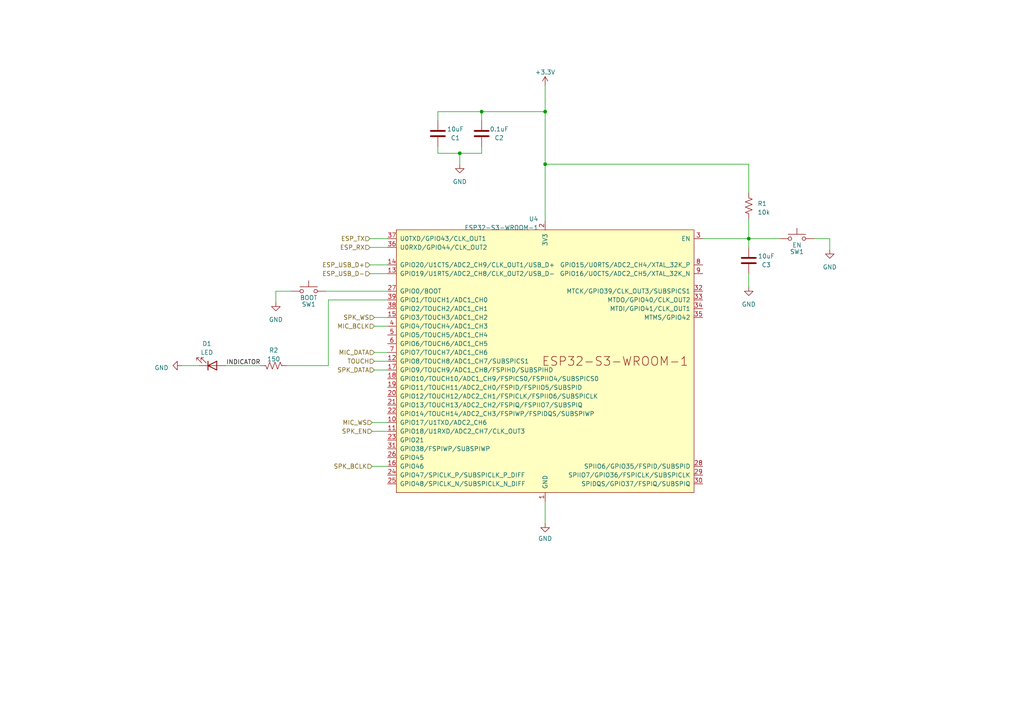
<source format=kicad_sch>
(kicad_sch (version 20230121) (generator eeschema)
  (paper "A4")
  (lib_symbols
    (symbol "+3.3V_1" (power) (pin_names (offset 0))
      (property "Value" "+3.3V_1" (at 0 3.556 0))
      (symbol "+3.3V_1_0_1"
        (polyline (pts (xy -0.762 1.27) (xy 0 2.54)))
        (polyline (pts (xy 0 0) (xy 0 2.54)))
        (polyline (pts (xy 0 2.54) (xy 0.762 1.27)))
      )
      (symbol "+3.3V_1_1_1"
        (pin power_in line (at 0 0 90) (length 0) hide (name "+3.3V") (number "1"))
      )
    )
    (symbol "Device:C" (pin_numbers hide) (pin_names (offset 0.254))
      (property "Reference" "C" (at 0.635 2.54 0))
      (property "Value" "C" (at 0.635 -2.54 0))
      (symbol "C_0_1"
        (polyline (pts (xy -2.032 -0.762) (xy 2.032 -0.762)) (stroke (width 0.508)))
        (polyline (pts (xy -2.032 0.762) (xy 2.032 0.762)) (stroke (width 0.508)))
      )
      (symbol "C_1_1"
        (pin passive line (at 0 3.81 270) (length 2.794) (name "~") (number "1"))
        (pin passive line (at 0 -3.81 90) (length 2.794) (name "~") (number "2"))
      )
    )
    (symbol "Device:LED" (pin_numbers hide) (pin_names (offset 1.016) hide)
      (property "Reference" "D" (at 0 2.54 0))
      (property "Value" "LED" (at 0 -2.54 0))
      (symbol "LED_0_1"
        (polyline (pts (xy -1.27 -1.27) (xy -1.27 1.27)) (stroke (width 0.254)))
        (polyline (pts (xy -1.27 0) (xy 1.27 0)))
        (polyline (pts (xy 1.27 -1.27) (xy 1.27 1.27) (xy -1.27 0) (xy 1.27 -1.27)) (stroke (width 0.254)))
        (polyline (pts (xy -3.048 -0.762) (xy -4.572 -2.286) (xy -3.81 -2.286) (xy -4.572 -2.286) (xy -4.572 -1.524)))
        (polyline (pts (xy -1.778 -0.762) (xy -3.302 -2.286) (xy -2.54 -2.286) (xy -3.302 -2.286) (xy -3.302 -1.524)))
      )
      (symbol "LED_1_1"
        (pin passive line (at -3.81 0 0) (length 2.54) (name "K") (number "1"))
        (pin passive line (at 3.81 0 180) (length 2.54) (name "A") (number "2"))
      )
    )
    (symbol "Device:R_US" (pin_numbers hide) (pin_names (offset 0))
      (property "Reference" "R" (at 2.54 0 90))
      (property "Value" "R_US" (at -2.54 0 90))
      (symbol "R_US_0_1"
        (polyline (pts (xy 0 -2.286) (xy 0 -2.54)))
        (polyline (pts (xy 0 2.286) (xy 0 2.54)))
        (polyline (pts (xy 0 -0.762) (xy 1.016 -1.143) (xy 0 -1.524) (xy -1.016 -1.905) (xy 0 -2.286)))
        (polyline (pts (xy 0 0.762) (xy 1.016 0.381) (xy 0 0) (xy -1.016 -0.381) (xy 0 -0.762)))
        (polyline (pts (xy 0 2.286) (xy 1.016 1.905) (xy 0 1.524) (xy -1.016 1.143) (xy 0 0.762)))
      )
      (symbol "R_US_1_1"
        (pin passive line (at 0 3.81 270) (length 1.27) (name "~") (number "1"))
        (pin passive line (at 0 -3.81 90) (length 1.27) (name "~") (number "2"))
      )
    )
    (symbol "Espressif:ESP32-S3-WROOM-1" (pin_names (offset 1.016))
      (property "Reference" "U" (at -43.18 43.18 0))
      (property "Value" "ESP32-S3-WROOM-1" (at -43.18 40.64 0))
      (symbol "ESP32-S3-WROOM-1_0_0"
        (text "ESP32-S3-WROOM-1" (at -20.32 0 0) (effects (font (size 2.54 2.54))))
        (pin power_in line (at 0 -40.64 90) (length 2.54) (name "GND") (number "1"))
        (pin bidirectional line (at 45.72 -17.78 180) (length 2.54) (name "GPIO17/U1TXD/ADC2_CH6") (number "10"))
        (pin bidirectional line (at 45.72 -20.32 180) (length 2.54) (name "GPIO18/U1RXD/ADC2_CH7/CLK_OUT3") (number "11"))
        (pin bidirectional line (at 45.72 0 180) (length 2.54) (name "GPIO8/TOUCH8/ADC1_CH7/SUBSPICS1") (number "12"))
        (pin bidirectional line (at 45.72 25.4 180) (length 2.54) (name "GPIO19/U1RTS/ADC2_CH8/CLK_OUT2/USB_D-") (number "13"))
        (pin bidirectional line (at 45.72 27.94 180) (length 2.54) (name "GPIO20/U1CTS/ADC2_CH9/CLK_OUT1/USB_D+") (number "14"))
        (pin bidirectional line (at 45.72 12.7 180) (length 2.54) (name "GPIO3/TOUCH3/ADC1_CH2") (number "15"))
        (pin bidirectional line (at 45.72 -30.48 180) (length 2.54) (name "GPIO46") (number "16"))
        (pin bidirectional line (at 45.72 -2.54 180) (length 2.54) (name "GPIO9/TOUCH9/ADC1_CH8/FSPIHD/SUBSPIHD") (number "17"))
        (pin bidirectional line (at 45.72 -5.08 180) (length 2.54) (name "GPIO10/TOUCH10/ADC1_CH9/FSPICS0/FSPIIO4/SUBSPICS0") (number "18"))
        (pin bidirectional line (at 45.72 -7.62 180) (length 2.54) (name "GPIO11/TOUCH11/ADC2_CH0/FSPID/FSPIIO5/SUBSPID") (number "19"))
        (pin power_in line (at 0 40.64 270) (length 2.54) (name "3V3") (number "2"))
        (pin bidirectional line (at 45.72 -10.16 180) (length 2.54) (name "GPIO12/TOUCH12/ADC2_CH1/FSPICLK/FSPIIO6/SUBSPICLK") (number "20"))
        (pin bidirectional line (at 45.72 -12.7 180) (length 2.54) (name "GPIO13/TOUCH13/ADC2_CH2/FSPIQ/FSPIIO7/SUBSPIQ") (number "21"))
        (pin bidirectional line (at 45.72 -15.24 180) (length 2.54) (name "GPIO14/TOUCH14/ADC2_CH3/FSPIWP/FSPIDQS/SUBSPIWP") (number "22"))
        (pin bidirectional line (at 45.72 -22.86 180) (length 2.54) (name "GPIO21") (number "23"))
        (pin bidirectional line (at 45.72 -33.02 180) (length 2.54) (name "GPIO47/SPICLK_P/SUBSPICLK_P_DIFF") (number "24"))
        (pin bidirectional line (at 45.72 -35.56 180) (length 2.54) (name "GPIO48/SPICLK_N/SUBSPICLK_N_DIFF") (number "25"))
        (pin bidirectional line (at 45.72 -27.94 180) (length 2.54) (name "GPIO45") (number "26"))
        (pin bidirectional line (at 45.72 20.32 180) (length 2.54) (name "GPIO0/BOOT") (number "27"))
        (pin bidirectional line (at -45.72 -30.48 0) (length 2.54) (name "SPIIO6/GPIO35/FSPID/SUBSPID") (number "28"))
        (pin bidirectional line (at -45.72 -33.02 0) (length 2.54) (name "SPIIO7/GPIO36/FSPICLK/SUBSPICLK") (number "29"))
        (pin input line (at -45.72 35.56 0) (length 2.54) (name "EN") (number "3"))
        (pin bidirectional line (at -45.72 -35.56 0) (length 2.54) (name "SPIDQS/GPIO37/FSPIQ/SUBSPIQ") (number "30"))
        (pin bidirectional line (at 45.72 -25.4 180) (length 2.54) (name "GPIO38/FSPIWP/SUBSPIWP") (number "31"))
        (pin bidirectional line (at -45.72 20.32 0) (length 2.54) (name "MTCK/GPIO39/CLK_OUT3/SUBSPICS1") (number "32"))
        (pin bidirectional line (at -45.72 17.78 0) (length 2.54) (name "MTDO/GPIO40/CLK_OUT2") (number "33"))
        (pin bidirectional line (at -45.72 15.24 0) (length 2.54) (name "MTDI/GPIO41/CLK_OUT1") (number "34"))
        (pin bidirectional line (at -45.72 12.7 0) (length 2.54) (name "MTMS/GPIO42") (number "35"))
        (pin bidirectional line (at 45.72 33.02 180) (length 2.54) (name "U0RXD/GPIO44/CLK_OUT2") (number "36"))
        (pin bidirectional line (at 45.72 35.56 180) (length 2.54) (name "U0TXD/GPIO43/CLK_OUT1") (number "37"))
        (pin bidirectional line (at 45.72 15.24 180) (length 2.54) (name "GPIO2/TOUCH2/ADC1_CH1") (number "38"))
        (pin bidirectional line (at 45.72 17.78 180) (length 2.54) (name "GPIO1/TOUCH1/ADC1_CH0") (number "39"))
        (pin bidirectional line (at 45.72 10.16 180) (length 2.54) (name "GPIO4/TOUCH4/ADC1_CH3") (number "4"))
        (pin passive line (at 0 -40.64 90) (length 2.54) hide (name "GND") (number "40"))
        (pin passive line (at 0 -40.64 90) (length 2.54) hide (name "GND") (number "41"))
        (pin bidirectional line (at 45.72 7.62 180) (length 2.54) (name "GPIO5/TOUCH5/ADC1_CH4") (number "5"))
        (pin bidirectional line (at 45.72 5.08 180) (length 2.54) (name "GPIO6/TOUCH6/ADC1_CH5") (number "6"))
        (pin bidirectional line (at 45.72 2.54 180) (length 2.54) (name "GPIO7/TOUCH7/ADC1_CH6") (number "7"))
        (pin bidirectional line (at -45.72 27.94 0) (length 2.54) (name "GPIO15/U0RTS/ADC2_CH4/XTAL_32K_P") (number "8"))
        (pin bidirectional line (at -45.72 25.4 0) (length 2.54) (name "GPIO16/U0CTS/ADC2_CH5/XTAL_32K_N") (number "9"))
      )
      (symbol "ESP32-S3-WROOM-1_0_1"
        (rectangle (start -43.18 38.1) (end 43.18 -38.1) (fill (type background)))
      )
    )
    (symbol "GND_1" (power) (pin_names (offset 0))
      (property "Value" "GND_1" (at 0 -3.81 0))
      (symbol "GND_1_0_1"
        (polyline (pts (xy 0 0) (xy 0 -1.27) (xy 1.27 -1.27) (xy 0 -2.54) (xy -1.27 -1.27) (xy 0 -1.27)))
      )
      (symbol "GND_1_1_1"
        (pin power_in line (at 0 0 270) (length 0) hide (name "GND") (number "1"))
      )
    )
    (symbol "GND_2" (power) (pin_names (offset 0))
      (property "Value" "GND_2" (at 0 -3.81 0))
      (symbol "GND_2_0_1"
        (polyline (pts (xy 0 0) (xy 0 -1.27) (xy 1.27 -1.27) (xy 0 -2.54) (xy -1.27 -1.27) (xy 0 -1.27)))
      )
      (symbol "GND_2_1_1"
        (pin power_in line (at 0 0 270) (length 0) hide (name "GND") (number "1"))
      )
    )
    (symbol "GND_3" (power) (pin_names (offset 0))
      (property "Value" "GND_3" (at 0 -3.81 0))
      (symbol "GND_3_0_1"
        (polyline (pts (xy 0 0) (xy 0 -1.27) (xy 1.27 -1.27) (xy 0 -2.54) (xy -1.27 -1.27) (xy 0 -1.27)))
      )
      (symbol "GND_3_1_1"
        (pin power_in line (at 0 0 270) (length 0) hide (name "GND") (number "1"))
      )
    )
    (symbol "GND_4" (power) (pin_names (offset 0))
      (property "Value" "GND_4" (at 0 -3.81 0))
      (symbol "GND_4_0_1"
        (polyline (pts (xy 0 0) (xy 0 -1.27) (xy 1.27 -1.27) (xy 0 -2.54) (xy -1.27 -1.27) (xy 0 -1.27)))
      )
      (symbol "GND_4_1_1"
        (pin power_in line (at 0 0 270) (length 0) hide (name "GND") (number "1"))
      )
    )
    (symbol "Switch:SW_Push" (pin_numbers hide) (pin_names (offset 1.016) hide)
      (property "Reference" "SW" (at 1.27 2.54 0))
      (property "Value" "SW_Push" (at 0 -1.524 0))
      (symbol "SW_Push_0_1"
        (circle (center -2.032 0) (radius 0.508))
        (polyline (pts (xy 0 1.27) (xy 0 3.048)))
        (polyline (pts (xy 2.54 1.27) (xy -2.54 1.27)))
        (circle (center 2.032 0) (radius 0.508))
        (pin passive line (at -5.08 0 0) (length 2.54) (name "1") (number "1"))
        (pin passive line (at 5.08 0 180) (length 2.54) (name "2") (number "2"))
      )
    )
    (symbol "power:GND" (power) (pin_names (offset 0))
      (property "Value" "GND" (at 0 -3.81 0))
      (symbol "GND_0_1"
        (polyline (pts (xy 0 0) (xy 0 -1.27) (xy 1.27 -1.27) (xy 0 -2.54) (xy -1.27 -1.27) (xy 0 -1.27)))
      )
      (symbol "GND_1_1"
        (pin power_in line (at 0 0 270) (length 0) hide (name "GND") (number "1"))
      )
    )
  )
  (junction (at 139.7 32.385))
  (junction (at 158.115 32.385))
  (junction (at 133.35 44.45))
  (junction (at 158.115 47.625))
  (junction (at 217.17 69.215))
  (wire (pts (xy 107.95 125.095) (xy 112.395 125.095)))
  (wire (pts (xy 80.01 84.455) (xy 80.01 87.63)))
  (wire (pts (xy 127 34.925) (xy 127 32.385)))
  (wire (pts (xy 139.7 32.385) (xy 139.7 34.925)))
  (wire (pts (xy 127 32.385) (xy 139.7 32.385)))
  (wire (pts (xy 112.395 86.995) (xy 95.25 86.995)))
  (wire (pts (xy 236.22 69.215) (xy 240.665 69.215)))
  (wire (pts (xy 133.35 44.45) (xy 133.35 47.625)))
  (wire (pts (xy 240.665 69.215) (xy 240.665 72.39)))
  (wire (pts (xy 217.17 63.5) (xy 217.17 69.215)))
  (wire (pts (xy 84.455 84.455) (xy 80.01 84.455)))
  (wire (pts (xy 108.585 94.615) (xy 112.395 94.615)))
  (wire (pts (xy 217.17 79.375) (xy 217.17 83.185)))
  (wire (pts (xy 127 42.545) (xy 127 44.45)))
  (wire (pts (xy 95.25 106.045) (xy 83.185 106.045)))
  (wire (pts (xy 94.615 84.455) (xy 112.395 84.455)))
  (wire (pts (xy 158.115 47.625) (xy 217.17 47.625)))
  (wire (pts (xy 217.17 69.215) (xy 217.17 71.755)))
  (wire (pts (xy 108.585 104.775) (xy 112.395 104.775)))
  (wire (pts (xy 108.585 102.235) (xy 112.395 102.235)))
  (wire (pts (xy 112.395 79.375) (xy 107.315 79.375)))
  (wire (pts (xy 158.115 24.765) (xy 158.115 32.385)))
  (wire (pts (xy 217.17 69.215) (xy 226.06 69.215)))
  (wire (pts (xy 107.95 135.255) (xy 112.395 135.255)))
  (wire (pts (xy 107.95 122.555) (xy 112.395 122.555)))
  (wire (pts (xy 139.7 32.385) (xy 158.115 32.385)))
  (wire (pts (xy 133.35 44.45) (xy 139.7 44.45)))
  (wire (pts (xy 108.585 107.315) (xy 112.395 107.315)))
  (wire (pts (xy 217.17 55.88) (xy 217.17 47.625)))
  (wire (pts (xy 75.565 106.045) (xy 65.405 106.045)))
  (wire (pts (xy 158.115 145.415) (xy 158.115 151.765)))
  (wire (pts (xy 127 44.45) (xy 133.35 44.45)))
  (wire (pts (xy 203.835 69.215) (xy 217.17 69.215)))
  (wire (pts (xy 57.785 106.045) (xy 52.705 106.045)))
  (wire (pts (xy 158.115 47.625) (xy 158.115 64.135)))
  (wire (pts (xy 112.395 76.835) (xy 107.315 76.835)))
  (wire (pts (xy 107.315 69.215) (xy 112.395 69.215)))
  (wire (pts (xy 139.7 44.45) (xy 139.7 42.545)))
  (wire (pts (xy 95.25 86.995) (xy 95.25 106.045)))
  (wire (pts (xy 107.315 71.755) (xy 112.395 71.755)))
  (wire (pts (xy 158.115 32.385) (xy 158.115 47.625)))
  (wire (pts (xy 108.585 92.075) (xy 112.395 92.075)))
  (label "INDICATOR" (at 75.565 106.045 180))
  (hierarchical_label "ESP_RX" (shape input) (at 107.315 71.755 180))
  (hierarchical_label "MIC_WS" (shape input) (at 107.95 122.555 180))
  (hierarchical_label "SPK_DATA" (shape input) (at 108.585 107.315 180))
  (hierarchical_label "TOUCH" (shape input) (at 108.585 104.775 180))
  (hierarchical_label "ESP_USB_D-" (shape input) (at 107.315 79.375 180))
  (hierarchical_label "MIC_DATA" (shape input) (at 108.585 102.235 180))
  (hierarchical_label "ESP_TX" (shape input) (at 107.315 69.215 180))
  (hierarchical_label "MIC_BCLK" (shape input) (at 108.585 94.615 180))
  (hierarchical_label "SPK_EN" (shape input) (at 107.95 125.095 180))
  (hierarchical_label "SPK_WS" (shape input) (at 108.585 92.075 180))
  (hierarchical_label "ESP_USB_D+" (shape input) (at 107.315 76.835 180))
  (hierarchical_label "SPK_BCLK" (shape input) (at 107.95 135.255 180))
  (symbol (lib_id "Switch:SW_Push") (at 89.535 84.455 0) (unit 1)
    (property "Reference" "SW1" (at 89.535 88.265 0))
    (property "Value" "BOOT" (at 89.535 86.36 0))
    (property "Footprint" "Button_Switch_SMD:SW_SPST_CK_RS282G05A3" (effects hide))
    (instances (project "Combadge" (path "" (reference "SW1") (unit 1)) (path "" (reference "SW2") (unit 1))))
  )
  (symbol (lib_name "+3.3V_1") (lib_id "power:+3.3V") (at 158.115 24.765 0) (unit 1)
    (property "Reference" "#PWR014" (effects hide))
    (property "Value" "+3.3V" (at 158.115 20.955 0))
  )
  (symbol (lib_id "power:GND") (at 133.35 47.625 0) (unit 1)
    (property "Reference" "#PWR01" (effects hide))
    (property "Value" "GND" (at 133.35 52.705 0))
    (instances (project "Combadge" (path "" (reference "#PWR01") (unit 1)) (path "" (reference "#PWR013") (unit 1))))
  )
  (symbol (lib_id "Device:LED") (at 61.595 106.045 0) (mirror x) (unit 1)
    (property "Reference" "D1" (at 60.0075 99.695 0))
    (property "Value" "LED" (at 60.0075 102.235 0))
    (property "Footprint" "LED_SMD:LED_0805_2012Metric_Pad1.15x1.40mm_HandSolder" (effects hide))
    (instances (project "Combadge" (path "" (reference "D1") (unit 1)) (path "" (reference "D2") (unit 1))))
  )
  (symbol (lib_name "GND_1") (lib_id "power:GND") (at 52.705 106.045 270) (mirror x) (unit 1)
    (property "Reference" "#PWR05" (effects hide))
    (property "Value" "GND" (at 48.895 106.68 90) (effects (justify right)))
    (instances (project "Combadge" (path "" (reference "#PWR05") (unit 1)) (path "" (reference "#PWR011") (unit 1))))
  )
  (symbol (lib_id "Device:R_US") (at 79.375 106.045 270) (mirror x) (unit 1)
    (property "Reference" "R2" (at 79.375 101.6 90))
    (property "Value" "150" (at 79.375 104.14 90))
    (property "Footprint" "Resistor_SMD:R_1206_3216Metric_Pad1.30x1.75mm_HandSolder" (effects hide))
    (instances (project "Combadge" (path "" (reference "R2") (unit 1)) (path "" (reference "R6") (unit 1))))
  )
  (symbol (lib_name "GND_4") (lib_id "power:GND") (at 158.115 151.765 0) (unit 1)
    (property "Reference" "#PWR015" (effects hide))
    (property "Value" "GND" (at 158.115 156.21 0))
  )
  (symbol (lib_name "GND_2") (lib_id "power:GND") (at 217.17 83.185 0) (unit 1)
    (property "Reference" "#PWR016" (effects hide))
    (property "Value" "GND" (at 217.17 88.265 0))
  )
  (symbol (lib_id "Device:C") (at 217.17 75.565 180) (unit 1)
    (property "Reference" "C3" (at 222.25 76.835 0))
    (property "Value" "10uF" (at 222.25 74.295 0))
    (property "Footprint" "Capacitor_SMD:C_1206_3216Metric_Pad1.33x1.80mm_HandSolder" (effects hide))
    (instances (project "Combadge" (path "" (reference "C3") (unit 1)) (path "" (reference "C6") (unit 1))))
  )
  (symbol (lib_id "Device:C") (at 127 38.735 180) (unit 1)
    (property "Reference" "C1" (at 132.08 40.005 0))
    (property "Value" "10uF" (at 132.08 37.465 0))
    (property "Footprint" "Capacitor_SMD:C_1206_3216Metric_Pad1.33x1.80mm_HandSolder" (effects hide))
    (instances (project "Combadge" (path "" (reference "C1") (unit 1)) (path "" (reference "C4") (unit 1))))
  )
  (symbol (lib_id "Device:R_US") (at 217.17 59.69 180) (unit 1)
    (property "Reference" "R1" (at 219.71 59.055 0) (effects (justify right)))
    (property "Value" "10k" (at 219.71 61.595 0) (effects (justify right)))
    (property "Footprint" "Resistor_SMD:R_1206_3216Metric_Pad1.30x1.75mm_HandSolder" (effects hide))
    (instances (project "Combadge" (path "" (reference "R1") (unit 1)) (path "" (reference "R7") (unit 1))))
  )
  (symbol (lib_id "Espressif:ESP32-S3-WROOM-1") (at 158.115 104.775 0) (mirror y) (unit 1)
    (property "Reference" "U4" (at 156.1591 63.5 0) (effects (justify left)))
    (property "Value" "ESP32-S3-WROOM-1" (at 156.1591 66.04 0) (effects (justify left)))
    (property "Footprint" "Espressif:ESP32-S3-WROOM-1" (effects hide))
    (property "Datasheet" "https://www.espressif.com/sites/default/files/documentation/esp32-s3-wroom-1_wroom-1u_datasheet_en.pdf" (effects hide))
  )
  (symbol (lib_name "GND_3") (lib_id "power:GND") (at 80.01 87.63 0) (unit 1)
    (property "Reference" "#PWR012" (effects hide))
    (property "Value" "GND" (at 80.01 92.71 0))
  )
  (symbol (lib_id "Switch:SW_Push") (at 231.14 69.215 0) (mirror y) (unit 1)
    (property "Reference" "SW1" (at 231.14 73.025 0))
    (property "Value" "EN" (at 231.14 71.12 0))
    (property "Footprint" "Button_Switch_SMD:SW_SPST_CK_RS282G05A3" (effects hide))
    (instances (project "Combadge" (path "" (reference "SW1") (unit 1)) (path "" (reference "SW3") (unit 1))))
  )
  (symbol (lib_name "GND_3") (lib_id "power:GND") (at 240.665 72.39 0) (mirror y) (unit 1)
    (property "Reference" "#PWR017" (effects hide))
    (property "Value" "GND" (at 240.665 77.47 0))
  )
  (symbol (lib_id "Device:C") (at 139.7 38.735 180) (unit 1)
    (property "Reference" "C2" (at 144.78 40.005 0))
    (property "Value" "0.1uF" (at 144.78 37.465 0))
    (property "Footprint" "Capacitor_SMD:C_1206_3216Metric_Pad1.33x1.80mm_HandSolder" (effects hide))
    (instances (project "Combadge" (path "" (reference "C2") (unit 1)) (path "" (reference "C5") (unit 1))))
  )
)
</source>
